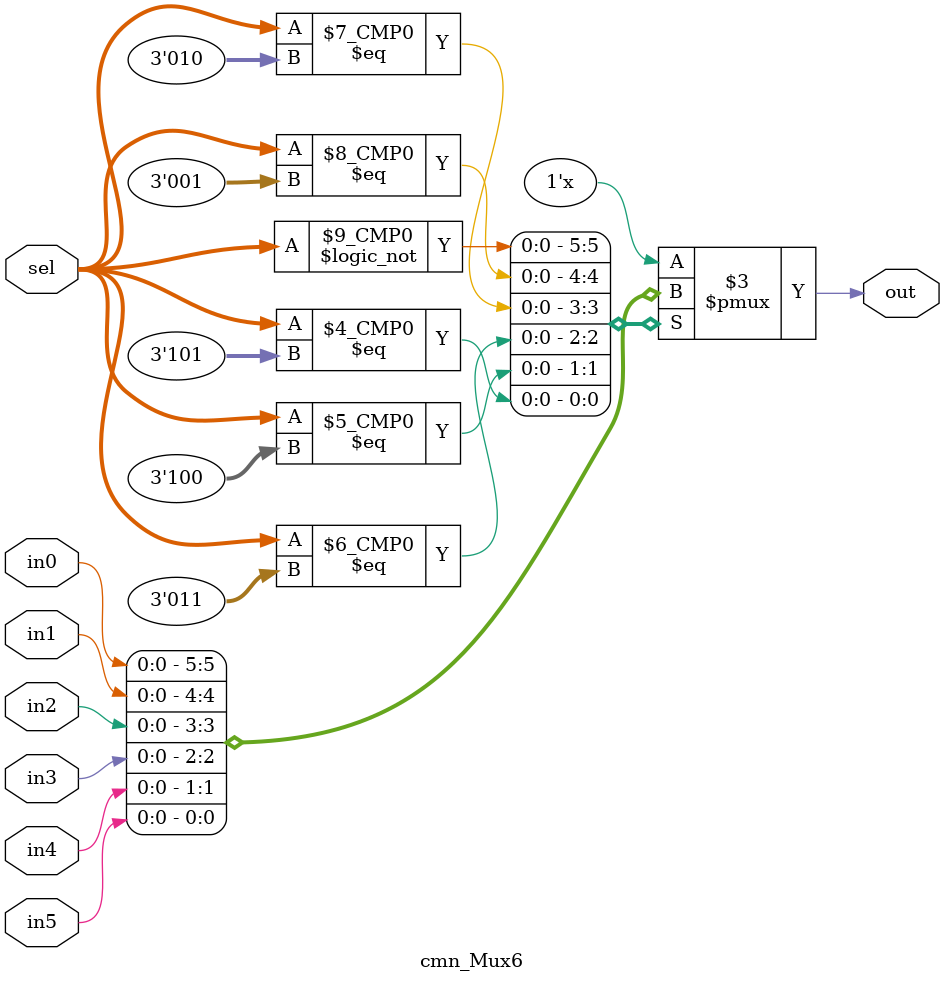
<source format=v>
module cmn_Mux6 (
	in0,
	in1,
	in2,
	in3,
	in4,
	in5,
	sel,
	out
);
	parameter p_nbits = 1;
	input wire [p_nbits - 1:0] in0;
	input wire [p_nbits - 1:0] in1;
	input wire [p_nbits - 1:0] in2;
	input wire [p_nbits - 1:0] in3;
	input wire [p_nbits - 1:0] in4;
	input wire [p_nbits - 1:0] in5;
	input wire [2:0] sel;
	output reg [p_nbits - 1:0] out;
	always @(*)
		case (sel)
			3'd0: out = in0;
			3'd1: out = in1;
			3'd2: out = in2;
			3'd3: out = in3;
			3'd4: out = in4;
			3'd5: out = in5;
			default: out = {p_nbits {1'bx}};
		endcase
endmodule

</source>
